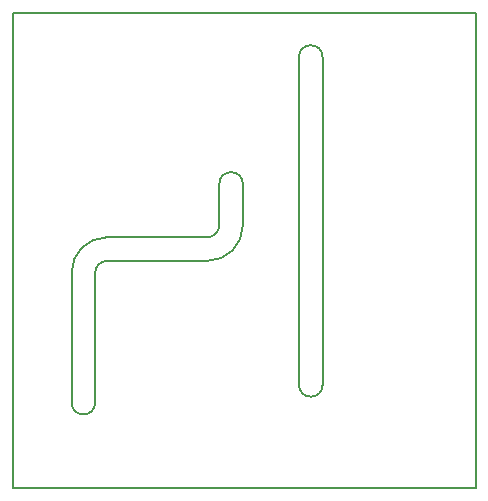
<source format=gbr>
G04 #@! TF.GenerationSoftware,KiCad,Pcbnew,(5.0.1-dev-70-gb7b125d83)*
G04 #@! TF.CreationDate,2018-10-10T22:00:42+02:00*
G04 #@! TF.ProjectId,relay-board,72656C61792D626F6172642E6B696361,rev?*
G04 #@! TF.SameCoordinates,Original*
G04 #@! TF.FileFunction,Profile,NP*
%FSLAX46Y46*%
G04 Gerber Fmt 4.6, Leading zero omitted, Abs format (unit mm)*
G04 Created by KiCad (PCBNEW (5.0.1-dev-70-gb7b125d83)) date 10/10/18 22:00:42*
%MOMM*%
%LPD*%
G01*
G04 APERTURE LIST*
%ADD10C,0.150000*%
G04 APERTURE END LIST*
D10*
X68250000Y-114000000D02*
X68250000Y-73750000D01*
X73250000Y-95750000D02*
X73250000Y-106750000D01*
X73250000Y-95750000D02*
G75*
G02X76250000Y-92750000I3000000J0D01*
G01*
X75250000Y-95750000D02*
G75*
G02X76250000Y-94750000I1000000J0D01*
G01*
X75250000Y-106750000D02*
X75250000Y-95750000D01*
X68250000Y-114000000D02*
X107500000Y-114000000D01*
X107500000Y-73750000D02*
X107500000Y-114000000D01*
X68250000Y-73750000D02*
X107500000Y-73750000D01*
X92500000Y-77500000D02*
X92500000Y-105250000D01*
X94500000Y-105250000D02*
G75*
G02X92500000Y-105250000I-1000000J0D01*
G01*
X94500000Y-77500000D02*
X94500000Y-105250000D01*
X92500000Y-77500000D02*
G75*
G02X94500000Y-77500000I1000000J0D01*
G01*
X76250000Y-94750000D02*
X84750000Y-94750000D01*
X85750000Y-88250000D02*
X85750000Y-91750000D01*
X85750000Y-91750000D02*
G75*
G02X84750000Y-92750000I-1000000J0D01*
G01*
X87750000Y-91750000D02*
G75*
G02X84750000Y-94750000I-3000000J0D01*
G01*
X87750000Y-88250000D02*
X87750000Y-91750000D01*
X85750000Y-88250000D02*
G75*
G02X87750000Y-88250000I1000000J0D01*
G01*
X76250000Y-92750000D02*
X84750000Y-92750000D01*
X75250000Y-106750000D02*
G75*
G02X73250000Y-106750000I-1000000J0D01*
G01*
M02*

</source>
